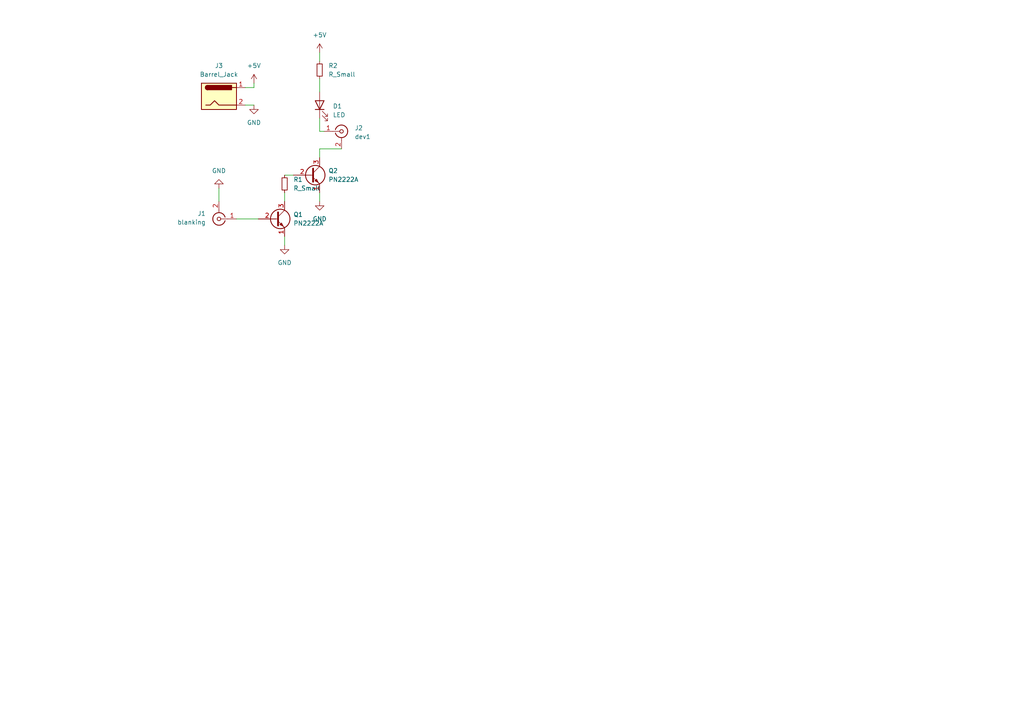
<source format=kicad_sch>
(kicad_sch (version 20230121) (generator eeschema)
  (paper "A4")
  (lib_symbols
    (symbol "Connector:Barrel_Jack" (pin_names (offset 1.016))
      (property "Reference" "J" (at 0 5.334 0))
      (property "Value" "Barrel_Jack" (at 0 -5.08 0))
      (symbol "Barrel_Jack_0_1"
        (rectangle (start -5.08 3.81) (end 5.08 -3.81) (stroke (width 0.254)) (fill (type background)))
        (arc (start -3.302 3.175) (mid -3.9343 2.54) (end -3.302 1.905) (stroke (width 0.254)))
        (arc (start -3.302 3.175) (mid -3.9343 2.54) (end -3.302 1.905) (stroke (width 0.254)) (fill (type outline)))
        (polyline (pts (xy 5.08 2.54) (xy 3.81 2.54)) (stroke (width 0.254)))
        (polyline (pts (xy -3.81 -2.54) (xy -2.54 -2.54) (xy -1.27 -1.27) (xy 0 -2.54) (xy 2.54 -2.54) (xy 5.08 -2.54)) (stroke (width 0.254)))
        (rectangle (start 3.683 3.175) (end -3.302 1.905) (stroke (width 0.254)) (fill (type outline)))
      )
      (symbol "Barrel_Jack_1_1"
        (pin passive line (at 7.62 2.54 180) (length 2.54) (name "~") (number "1"))
        (pin passive line (at 7.62 -2.54 180) (length 2.54) (name "~") (number "2"))
      )
    )
    (symbol "Connector:Conn_Coaxial" (pin_names (offset 1.016) hide)
      (property "Reference" "J" (at 0.254 3.048 0))
      (property "Value" "Conn_Coaxial" (at 2.921 0 90))
      (symbol "Conn_Coaxial_0_1"
        (arc (start -1.778 -0.508) (mid 0.2311 -1.8066) (end 1.778 0) (stroke (width 0.254)))
        (polyline (pts (xy -2.54 0) (xy -0.508 0)))
        (polyline (pts (xy 0 -2.54) (xy 0 -1.778)))
        (circle (center 0 0) (radius 0.508) (stroke (width 0.2032)))
        (arc (start 1.778 0) (mid 0.2099 1.8101) (end -1.778 0.508) (stroke (width 0.254)))
      )
      (symbol "Conn_Coaxial_1_1"
        (pin passive line (at -5.08 0 0) (length 2.54) (name "In") (number "1"))
        (pin passive line (at 0 -5.08 90) (length 2.54) (name "Ext") (number "2"))
      )
    )
    (symbol "Device:LED" (pin_numbers hide) (pin_names (offset 1.016) hide)
      (property "Reference" "D" (at 0 2.54 0))
      (property "Value" "LED" (at 0 -2.54 0))
      (symbol "LED_0_1"
        (polyline (pts (xy -1.27 -1.27) (xy -1.27 1.27)) (stroke (width 0.254)))
        (polyline (pts (xy -1.27 0) (xy 1.27 0)))
        (polyline (pts (xy 1.27 -1.27) (xy 1.27 1.27) (xy -1.27 0) (xy 1.27 -1.27)) (stroke (width 0.254)))
        (polyline (pts (xy -3.048 -0.762) (xy -4.572 -2.286) (xy -3.81 -2.286) (xy -4.572 -2.286) (xy -4.572 -1.524)))
        (polyline (pts (xy -1.778 -0.762) (xy -3.302 -2.286) (xy -2.54 -2.286) (xy -3.302 -2.286) (xy -3.302 -1.524)))
      )
      (symbol "LED_1_1"
        (pin passive line (at -3.81 0 0) (length 2.54) (name "K") (number "1"))
        (pin passive line (at 3.81 0 180) (length 2.54) (name "A") (number "2"))
      )
    )
    (symbol "Device:R_Small" (pin_numbers hide) (pin_names (offset 0.254) hide)
      (property "Reference" "R" (at 0.762 0.508 0))
      (property "Value" "R_Small" (at 0.762 -1.016 0))
      (symbol "R_Small_0_1"
        (rectangle (start -0.762 1.778) (end 0.762 -1.778) (stroke (width 0.2032)))
      )
      (symbol "R_Small_1_1"
        (pin passive line (at 0 2.54 270) (length 0.762) (name "~") (number "1"))
        (pin passive line (at 0 -2.54 90) (length 0.762) (name "~") (number "2"))
      )
    )
    (symbol "Transistor_BJT:PN2222A" (pin_names (offset 0) hide)
      (property "Reference" "Q" (at 5.08 1.905 0))
      (property "Value" "PN2222A" (at 5.08 0 0))
      (symbol "PN2222A_0_1"
        (polyline (pts (xy 0 0) (xy 0.635 0)))
        (polyline (pts (xy 2.54 -2.54) (xy 0.635 -0.635)))
        (polyline (pts (xy 2.54 2.54) (xy 0.635 0.635)))
        (polyline (pts (xy 0.635 1.905) (xy 0.635 -1.905) (xy 0.635 -1.905)) (stroke (width 0.508)))
        (polyline (pts (xy 2.413 -2.413) (xy 1.905 -1.905) (xy 1.905 -1.905)))
        (polyline (pts (xy 1.143 -1.651) (xy 1.651 -1.143) (xy 2.159 -2.159) (xy 1.143 -1.651) (xy 1.143 -1.651)) (fill (type outline)))
        (circle (center 1.27 0) (radius 2.8194) (stroke (width 0.254)))
      )
      (symbol "PN2222A_1_1"
        (pin passive line (at 2.54 -5.08 90) (length 2.54) (name "E") (number "1"))
        (pin input line (at -5.08 0 0) (length 5.08) (name "B") (number "2"))
        (pin passive line (at 2.54 5.08 270) (length 2.54) (name "C") (number "3"))
      )
    )
    (symbol "power:+5V" (power) (pin_names (offset 0))
      (property "Value" "+5V" (at 0 3.556 0))
      (symbol "+5V_0_1"
        (polyline (pts (xy -0.762 1.27) (xy 0 2.54)))
        (polyline (pts (xy 0 0) (xy 0 2.54)))
        (polyline (pts (xy 0 2.54) (xy 0.762 1.27)))
      )
      (symbol "+5V_1_1"
        (pin power_in line (at 0 0 90) (length 0) hide (name "+5V") (number "1"))
      )
    )
    (symbol "power:GND" (power) (pin_names (offset 0))
      (property "Value" "GND" (at 0 -3.81 0))
      (symbol "GND_0_1"
        (polyline (pts (xy 0 0) (xy 0 -1.27) (xy 1.27 -1.27) (xy 0 -2.54) (xy -1.27 -1.27) (xy 0 -1.27)))
      )
      (symbol "GND_1_1"
        (pin power_in line (at 0 0 270) (length 0) hide (name "GND") (number "1"))
      )
    )
  )
  (wire (pts (xy 71.12 30.48) (xy 73.66 30.48)))
  (wire (pts (xy 82.55 68.58) (xy 82.55 71.12)))
  (wire (pts (xy 82.55 50.8) (xy 85.09 50.8)))
  (wire (pts (xy 82.55 55.88) (xy 82.55 58.42)))
  (wire (pts (xy 71.12 25.4) (xy 73.66 25.4)))
  (wire (pts (xy 92.71 38.1) (xy 93.98 38.1)))
  (wire (pts (xy 92.71 15.24) (xy 92.71 17.78)))
  (wire (pts (xy 92.71 22.86) (xy 92.71 26.67)))
  (wire (pts (xy 92.71 55.88) (xy 92.71 58.42)))
  (wire (pts (xy 92.71 43.18) (xy 92.71 45.72)))
  (wire (pts (xy 63.5 54.61) (xy 63.5 58.42)))
  (wire (pts (xy 92.71 34.29) (xy 92.71 38.1)))
  (wire (pts (xy 68.58 63.5) (xy 74.93 63.5)))
  (wire (pts (xy 73.66 25.4) (xy 73.66 24.13)))
  (wire (pts (xy 99.06 43.18) (xy 92.71 43.18)))
  (symbol (lib_id "power:GND") (at 73.66 30.48 0) (unit 1)
    (property "Reference" "#PWR05" (effects hide))
    (property "Value" "GND" (at 73.66 35.56 0))
  )
  (symbol (lib_id "Device:R_Small") (at 92.71 20.32 180) (unit 1)
    (property "Reference" "R2" (at 95.25 19.05 0) (effects (justify right)))
    (property "Value" "R_Small" (at 95.25 21.59 0) (effects (justify right)))
  )
  (symbol (lib_id "power:+5V") (at 92.71 15.24 0) (unit 1)
    (property "Reference" "#PWR04" (effects hide))
    (property "Value" "+5V" (at 92.71 10.16 0))
  )
  (symbol (lib_id "power:+5V") (at 73.66 24.13 0) (unit 1)
    (property "Reference" "#PWR06" (effects hide))
    (property "Value" "+5V" (at 73.66 19.05 0))
  )
  (symbol (lib_id "Transistor_BJT:PN2222A") (at 90.17 50.8 0) (unit 1)
    (property "Reference" "Q2" (at 95.25 49.53 0) (effects (justify left)))
    (property "Value" "PN2222A" (at 95.25 52.07 0) (effects (justify left)))
    (property "Footprint" "Package_TO_SOT_THT:TO-92_Inline" (effects hide))
    (property "Datasheet" "https://www.onsemi.com/pub/Collateral/PN2222-D.PDF" (effects hide))
  )
  (symbol (lib_id "Connector:Barrel_Jack") (at 63.5 27.94 0) (unit 1)
    (property "Reference" "J3" (at 63.5 19.05 0))
    (property "Value" "Barrel_Jack" (at 63.5 21.59 0))
  )
  (symbol (lib_id "power:GND") (at 82.55 71.12 0) (unit 1)
    (property "Reference" "#PWR01" (effects hide))
    (property "Value" "GND" (at 82.55 76.2 0))
  )
  (symbol (lib_id "Transistor_BJT:PN2222A") (at 80.01 63.5 0) (unit 1)
    (property "Reference" "Q1" (at 85.09 62.23 0) (effects (justify left)))
    (property "Value" "PN2222A" (at 85.09 64.77 0) (effects (justify left)))
    (property "Footprint" "Package_TO_SOT_THT:TO-92_Inline" (effects hide))
    (property "Datasheet" "https://www.onsemi.com/pub/Collateral/PN2222-D.PDF" (effects hide))
  )
  (symbol (lib_id "power:GND") (at 63.5 54.61 180) (unit 1)
    (property "Reference" "#PWR03" (effects hide))
    (property "Value" "GND" (at 63.5 49.53 0))
  )
  (symbol (lib_id "Device:R_Small") (at 82.55 53.34 180) (unit 1)
    (property "Reference" "R1" (at 85.09 52.07 0) (effects (justify right)))
    (property "Value" "R_Small" (at 85.09 54.61 0) (effects (justify right)))
  )
  (symbol (lib_id "Device:LED") (at 92.71 30.48 90) (unit 1)
    (property "Reference" "D1" (at 96.52 30.7975 90) (effects (justify right)))
    (property "Value" "LED" (at 96.52 33.3375 90) (effects (justify right)))
  )
  (symbol (lib_id "Connector:Conn_Coaxial") (at 63.5 63.5 180) (unit 1)
    (property "Reference" "J1" (at 59.69 61.9368 0) (effects (justify left)))
    (property "Value" "blanking" (at 59.69 64.4768 0) (effects (justify left)))
    (property "Datasheet" " ~" (effects hide))
  )
  (symbol (lib_id "Connector:Conn_Coaxial") (at 99.06 38.1 0) (unit 1)
    (property "Reference" "J2" (at 102.87 37.1232 0) (effects (justify left)))
    (property "Value" "dev1" (at 102.87 39.6632 0) (effects (justify left)))
    (property "Datasheet" " ~" (effects hide))
  )
  (symbol (lib_id "power:GND") (at 92.71 58.42 0) (unit 1)
    (property "Reference" "#PWR02" (effects hide))
    (property "Value" "GND" (at 92.71 63.5 0))
  )
)
</source>
